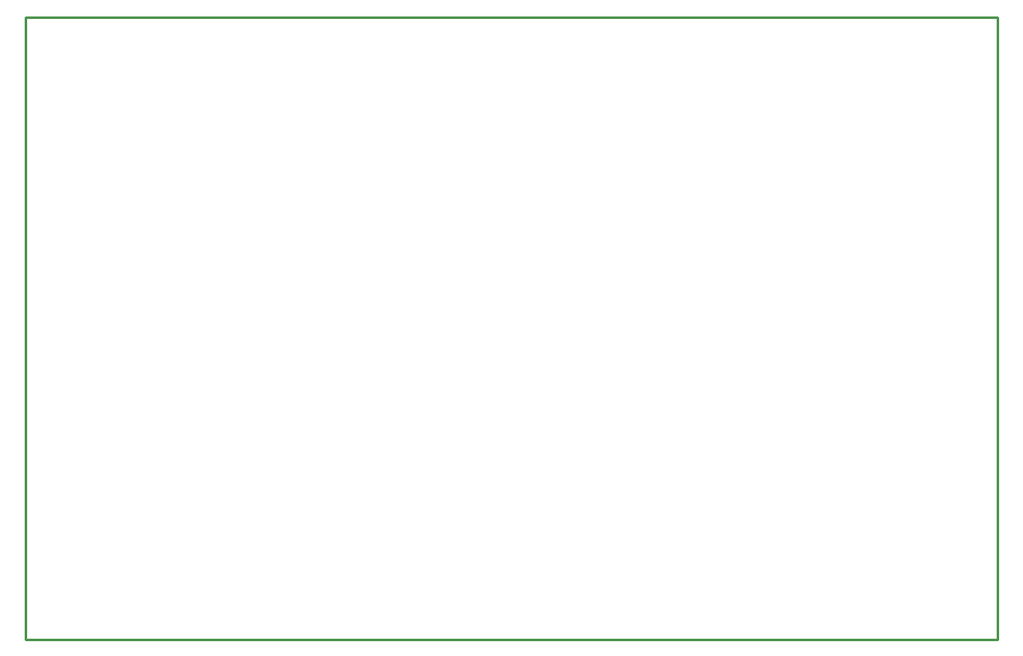
<source format=gm1>
G04 Layer_Color=65280*
%FSLAX25Y25*%
%MOIN*%
G70*
G01*
G75*
%ADD26C,0.01000*%
D26*
X0Y0D02*
Y251969D01*
X393701D01*
Y0D02*
Y251969D01*
X0Y0D02*
X393701D01*
M02*

</source>
